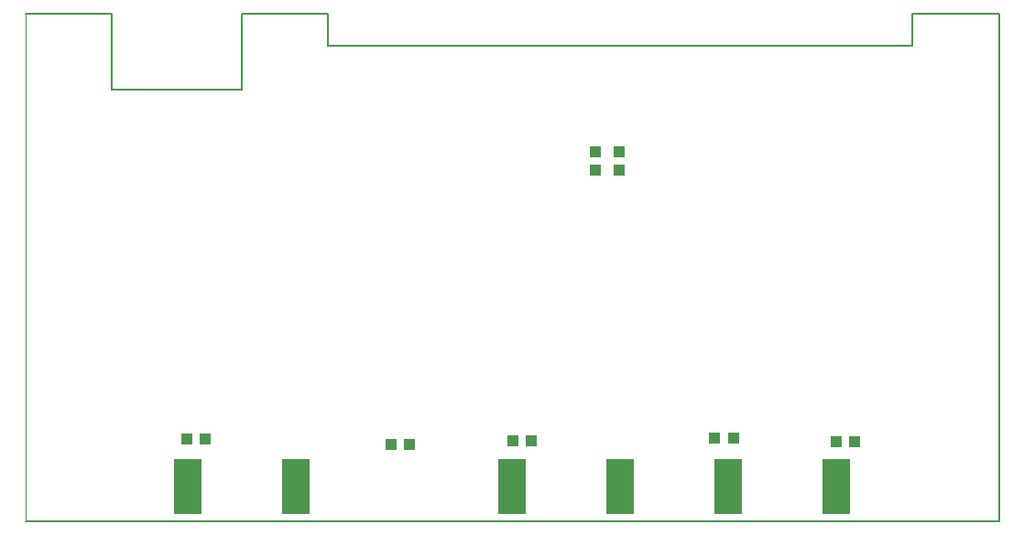
<source format=gtp>
G75*
%MOIN*%
%OFA0B0*%
%FSLAX25Y25*%
%IPPOS*%
%LPD*%
%AMOC8*
5,1,8,0,0,1.08239X$1,22.5*
%
%ADD10C,0.00591*%
%ADD11C,0.00394*%
%ADD12R,0.03937X0.04331*%
%ADD13R,0.10000X0.20000*%
D10*
X0001394Y0004890D02*
X0355724Y0004890D01*
X0355724Y0189929D01*
X0324228Y0189929D01*
X0324228Y0178118D01*
X0111630Y0178118D01*
X0111630Y0189929D01*
X0080134Y0189929D01*
X0080134Y0162370D01*
X0032890Y0162370D01*
X0032890Y0189929D01*
X0001394Y0189929D01*
D11*
X0001394Y0004890D01*
D12*
X0060291Y0035008D03*
X0066984Y0035008D03*
X0134425Y0033039D03*
X0141118Y0033039D03*
X0178756Y0034417D03*
X0185449Y0034417D03*
X0252378Y0035205D03*
X0259071Y0035205D03*
X0296457Y0033827D03*
X0303150Y0033827D03*
X0217535Y0133039D03*
X0208874Y0133039D03*
X0208874Y0139732D03*
X0217535Y0139732D03*
D13*
X0217929Y0017488D03*
X0178559Y0017488D03*
X0257299Y0017488D03*
X0296669Y0017488D03*
X0099819Y0017488D03*
X0060449Y0017488D03*
M02*

</source>
